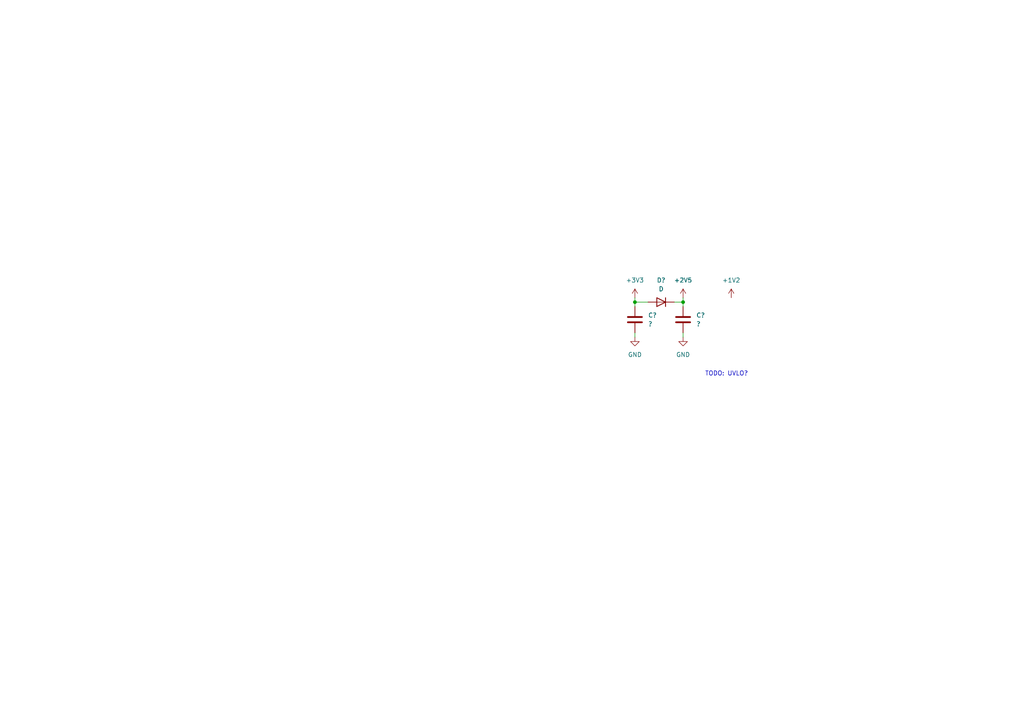
<source format=kicad_sch>
(kicad_sch (version 20230121) (generator eeschema)
  (paper "A4")
  (lib_symbols
    (symbol "Device:C" (pin_numbers hide) (pin_names (offset 0.254))
      (property "Reference" "C" (at 0.635 2.54 0))
      (property "Value" "C" (at 0.635 -2.54 0))
      (symbol "C_0_1"
        (polyline (pts (xy -2.032 -0.762) (xy 2.032 -0.762)) (stroke (width 0.508)))
        (polyline (pts (xy -2.032 0.762) (xy 2.032 0.762)) (stroke (width 0.508)))
      )
      (symbol "C_1_1"
        (pin passive line (at 0 3.81 270) (length 2.794) (name "~") (number "1"))
        (pin passive line (at 0 -3.81 90) (length 2.794) (name "~") (number "2"))
      )
    )
    (symbol "Device:D" (pin_numbers hide) (pin_names (offset 1.016) hide)
      (property "Reference" "D" (at 0 2.54 0))
      (property "Value" "D" (at 0 -2.54 0))
      (symbol "D_0_1"
        (polyline (pts (xy -1.27 1.27) (xy -1.27 -1.27)) (stroke (width 0.254)))
        (polyline (pts (xy 1.27 0) (xy -1.27 0)))
        (polyline (pts (xy 1.27 1.27) (xy 1.27 -1.27) (xy -1.27 0) (xy 1.27 1.27)) (stroke (width 0.254)))
      )
      (symbol "D_1_1"
        (pin passive line (at -3.81 0 0) (length 2.54) (name "K") (number "1"))
        (pin passive line (at 3.81 0 180) (length 2.54) (name "A") (number "2"))
      )
    )
    (symbol "power:+1V2" (power) (pin_names (offset 0))
      (property "Value" "+1V2" (at 0 3.556 0))
      (symbol "+1V2_0_1"
        (polyline (pts (xy -0.762 1.27) (xy 0 2.54)))
        (polyline (pts (xy 0 0) (xy 0 2.54)))
        (polyline (pts (xy 0 2.54) (xy 0.762 1.27)))
      )
      (symbol "+1V2_1_1"
        (pin power_in line (at 0 0 90) (length 0) hide (name "+1V2") (number "1"))
      )
    )
    (symbol "power:+2V5" (power) (pin_names (offset 0))
      (property "Value" "+2V5" (at 0 3.556 0))
      (symbol "+2V5_0_1"
        (polyline (pts (xy -0.762 1.27) (xy 0 2.54)))
        (polyline (pts (xy 0 0) (xy 0 2.54)))
        (polyline (pts (xy 0 2.54) (xy 0.762 1.27)))
      )
      (symbol "+2V5_1_1"
        (pin power_in line (at 0 0 90) (length 0) hide (name "+2V5") (number "1"))
      )
    )
    (symbol "power:+3V3" (power) (pin_names (offset 0))
      (property "Value" "+3V3" (at 0 3.556 0))
      (symbol "+3V3_0_1"
        (polyline (pts (xy -0.762 1.27) (xy 0 2.54)))
        (polyline (pts (xy 0 0) (xy 0 2.54)))
        (polyline (pts (xy 0 2.54) (xy 0.762 1.27)))
      )
      (symbol "+3V3_1_1"
        (pin power_in line (at 0 0 90) (length 0) hide (name "+3V3") (number "1"))
      )
    )
    (symbol "power:GND" (power) (pin_names (offset 0))
      (property "Value" "GND" (at 0 -3.81 0))
      (symbol "GND_0_1"
        (polyline (pts (xy 0 0) (xy 0 -1.27) (xy 1.27 -1.27) (xy 0 -2.54) (xy -1.27 -1.27) (xy 0 -1.27)))
      )
      (symbol "GND_1_1"
        (pin power_in line (at 0 0 270) (length 0) hide (name "GND") (number "1"))
      )
    )
  )
  (junction (at 198.12 87.63))
  (junction (at 184.15 87.63))
  (wire (pts (xy 195.58 87.63) (xy 198.12 87.63)))
  (wire (pts (xy 198.12 96.52) (xy 198.12 97.79)))
  (wire (pts (xy 184.15 86.36) (xy 184.15 87.63)))
  (wire (pts (xy 198.12 86.36) (xy 198.12 87.63)))
  (wire (pts (xy 184.15 88.9) (xy 184.15 87.63)))
  (wire (pts (xy 184.15 96.52) (xy 184.15 97.79)))
  (wire (pts (xy 184.15 87.63) (xy 187.96 87.63)))
  (wire (pts (xy 198.12 87.63) (xy 198.12 88.9)))
  (text "TODO: UVLO?" (at 204.47 109.22 0) (effects (font (size 1.27 1.27)) (justify left bottom)))
  (symbol (lib_id "Device:D") (at 191.77 87.63 180) (unit 1)
    (property "Reference" "D?" (at 191.77 81.28 0))
    (property "Value" "D" (at 191.77 83.82 0))
    (property "Sim.Device" "D" (effects hide))
    (property "Sim.Pins" "1=K 2=A" (effects hide))
    (instances (project "OpenCoil_Driver" (path "" (reference "D?") (unit 1))) (project "OpenCoil_Driver" (path "" (reference "D5") (unit 1)) (path "" (reference "D9") (unit 1))))
  )
  (symbol (lib_id "power:+2V5") (at 198.12 86.36 0) (unit 1)
    (property "Reference" "#PWR012" (effects hide))
    (property "Value" "+2V5" (at 198.12 81.28 0))
    (instances (project "OpenCoil_Driver" (path "" (reference "#PWR012") (unit 1))) (project "OpenCoil_Driver" (path "" (reference "#PWR032") (unit 1)) (path "" (reference "#PWR050") (unit 1))))
  )
  (symbol (lib_id "power:+1V2") (at 212.09 86.36 0) (unit 1)
    (property "Reference" "#PWR014" (effects hide))
    (property "Value" "+1V2" (at 212.09 81.28 0))
    (instances (project "OpenCoil_Driver" (path "" (reference "#PWR014") (unit 1))) (project "OpenCoil_Driver" (path "" (reference "#PWR034") (unit 1)) (path "" (reference "#PWR052") (unit 1))))
  )
  (symbol (lib_id "power:+3V3") (at 184.15 86.36 0) (unit 1)
    (property "Reference" "#PWR015" (effects hide))
    (property "Value" "+3V3" (at 184.15 81.28 0))
    (instances (project "OpenCoil_Driver" (path "" (reference "#PWR015") (unit 1))) (project "OpenCoil_Driver" (path "" (reference "#PWR030") (unit 1)) (path "" (reference "#PWR048") (unit 1))))
  )
  (symbol (lib_id "power:GND") (at 198.12 97.79 0) (unit 1)
    (property "Reference" "#PWR017" (effects hide))
    (property "Value" "GND" (at 198.12 102.87 0))
    (instances (project "OpenCoil_Driver" (path "" (reference "#PWR017") (unit 1))) (project "OpenCoil_Driver" (path "" (reference "#PWR033") (unit 1)) (path "" (reference "#PWR051") (unit 1))))
  )
  (symbol (lib_id "Device:C") (at 184.15 92.71 0) (unit 1)
    (property "Reference" "C?" (at 187.96 91.44 0) (effects (justify left)))
    (property "Value" "?" (at 187.96 93.98 0) (effects (justify left)))
    (instances (project "OpenCoil_Driver" (path "" (reference "C?") (unit 1))) (project "OpenCoil_Driver" (path "" (reference "C13") (unit 1)) (path "" (reference "C27") (unit 1))))
  )
  (symbol (lib_id "power:GND") (at 184.15 97.79 0) (unit 1)
    (property "Reference" "#PWR016" (effects hide))
    (property "Value" "GND" (at 184.15 102.87 0))
    (instances (project "OpenCoil_Driver" (path "" (reference "#PWR016") (unit 1))) (project "OpenCoil_Driver" (path "" (reference "#PWR031") (unit 1)) (path "" (reference "#PWR049") (unit 1))))
  )
  (symbol (lib_id "Device:C") (at 198.12 92.71 0) (unit 1)
    (property "Reference" "C?" (at 201.93 91.44 0) (effects (justify left)))
    (property "Value" "?" (at 201.93 93.98 0) (effects (justify left)))
    (instances (project "OpenCoil_Driver" (path "" (reference "C?") (unit 1))) (project "OpenCoil_Driver" (path "" (reference "C14") (unit 1)) (path "" (reference "C28") (unit 1))))
  )
)
</source>
